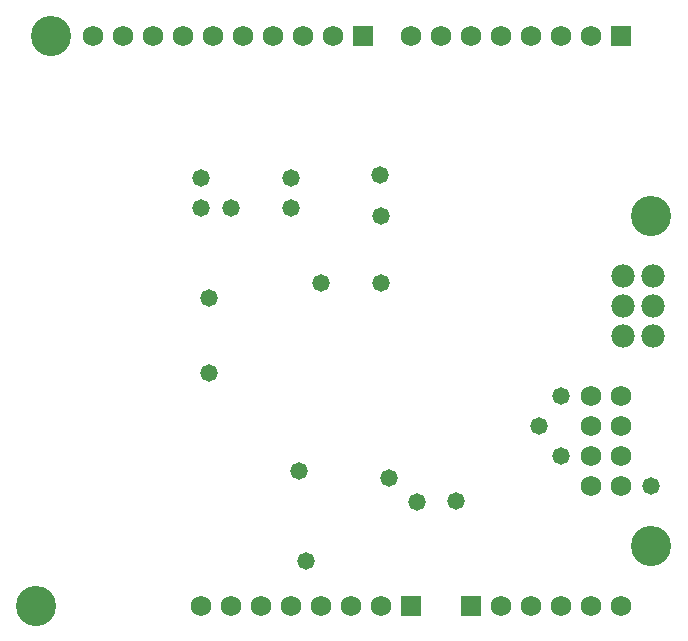
<source format=gbs>
G04*
G04 #@! TF.GenerationSoftware,Altium Limited,Altium Designer,26.2.0 (7)*
G04*
G04 Layer_Color=16711935*
%FSLAX44Y44*%
%MOMM*%
G71*
G04*
G04 #@! TF.SameCoordinates,138AD885-AACF-4A89-911C-20B3B9BD5497*
G04*
G04*
G04 #@! TF.FilePolarity,Negative*
G04*
G01*
G75*
%ADD22C,3.4032*%
%ADD23C,1.7272*%
%ADD24R,1.7272X1.7272*%
%ADD25C,1.9812*%
%ADD26C,1.4732*%
D22*
X660400Y355600D02*
D03*
X139700Y25400D02*
D03*
X152400Y508000D02*
D03*
X660400Y76200D02*
D03*
D23*
X609600Y127000D02*
D03*
Y203200D02*
D03*
X635000Y127000D02*
D03*
X355600Y25400D02*
D03*
X609600Y177800D02*
D03*
Y152400D02*
D03*
X635000Y203200D02*
D03*
Y177800D02*
D03*
Y152400D02*
D03*
X533400Y25400D02*
D03*
X558800D02*
D03*
X584200D02*
D03*
X609600D02*
D03*
X635000D02*
D03*
X391160Y508000D02*
D03*
X365760D02*
D03*
X340360D02*
D03*
X314960D02*
D03*
X289560D02*
D03*
X264160D02*
D03*
X238760D02*
D03*
X213360D02*
D03*
X187960D02*
D03*
X558800D02*
D03*
X533400D02*
D03*
X508000D02*
D03*
X482600D02*
D03*
X457200D02*
D03*
X609600D02*
D03*
X584200D02*
D03*
X381000Y25400D02*
D03*
X330200D02*
D03*
X304800D02*
D03*
X279400D02*
D03*
X431800D02*
D03*
X406400D02*
D03*
D24*
X508000D02*
D03*
X416560Y508000D02*
D03*
X635000D02*
D03*
X457200Y25400D02*
D03*
D25*
X636400Y304300D02*
D03*
X661800D02*
D03*
X636400Y278900D02*
D03*
X661800D02*
D03*
X636400Y253500D02*
D03*
X661800D02*
D03*
D26*
X462267Y113017D02*
D03*
X495300Y114300D02*
D03*
X584200Y152400D02*
D03*
X660400Y127000D02*
D03*
X285750Y222250D02*
D03*
Y285750D02*
D03*
X304800Y361950D02*
D03*
X431800Y298450D02*
D03*
X584200Y203200D02*
D03*
X381000Y298450D02*
D03*
X279400Y361950D02*
D03*
X368300Y63500D02*
D03*
X438150Y133350D02*
D03*
X361950Y139700D02*
D03*
X565150Y177800D02*
D03*
X279400Y387350D02*
D03*
X355600D02*
D03*
Y361950D02*
D03*
X430780Y389756D02*
D03*
X431800Y355600D02*
D03*
M02*

</source>
